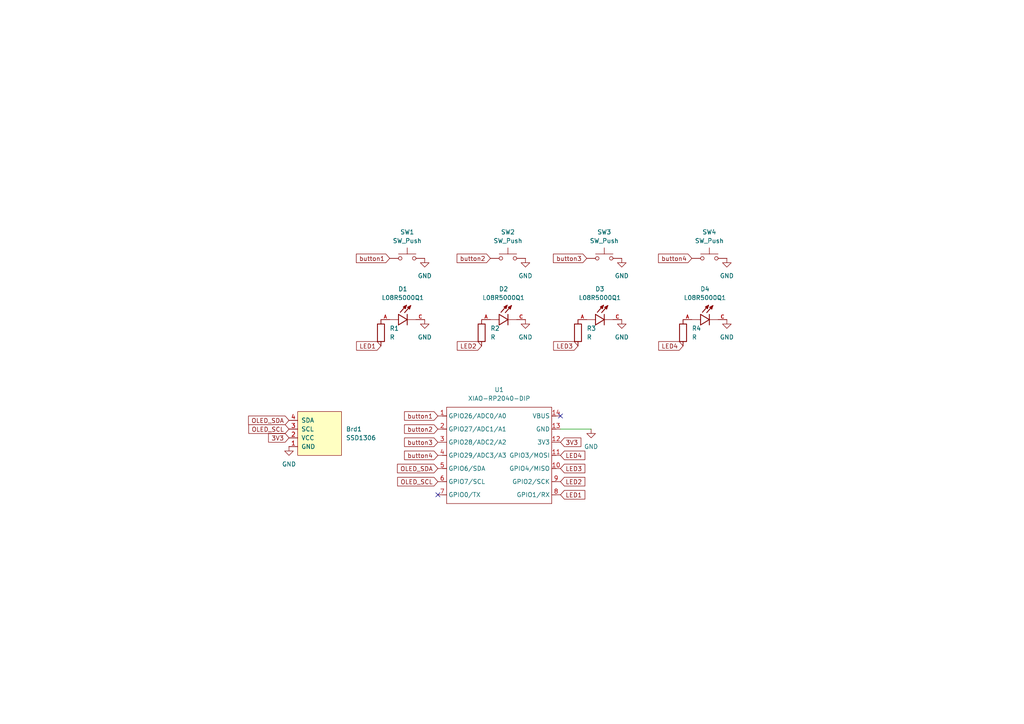
<source format=kicad_sch>
(kicad_sch (version 20250114) (generator "eeschema") (generator_version "9.0")
  (paper "A4")
  (lib_symbols
    (symbol "Device:R" (pin_numbers (hide yes)) (pin_names (offset 0))
      (property "Reference" "R" (at 2.032 0 90))
      (property "Value" "R" (at 0 0 90))
      (symbol "R_0_1"
        (rectangle (start -1.016 -2.54) (end 1.016 2.54) (stroke (width 0.254)))
      )
      (symbol "R_1_1"
        (pin passive line (at 0 3.81 270) (length 1.27) (name "~") (number "1"))
        (pin passive line (at 0 -3.81 90) (length 1.27) (name "~") (number "2"))
      )
    )
    (symbol "L08R5000Q1:L08R5000Q1" (pin_names (offset 1.016))
      (property "Reference" "D" (at -3.0988 4.4958 0))
      (property "Value" "L08R5000Q1" (at -3.556 -3.302 0))
      (symbol "L08R5000Q1_0_0"
        (polyline (pts (xy -2.54 1.524) (xy -2.54 0)) (stroke (width 0.254)))
        (polyline (pts (xy -2.54 0) (xy -5.08 0)) (stroke (width 0.1524)))
        (polyline (pts (xy -2.54 0) (xy -2.54 -1.524)) (stroke (width 0.254)))
        (polyline (pts (xy -2.54 -1.524) (xy 0 0)) (stroke (width 0.254)))
        (polyline (pts (xy -1.1176 3.683) (xy -0.2286 4.1656)) (stroke (width 0.254)))
        (polyline (pts (xy -0.9398 3.6068) (xy -0.7112 3.7592)) (stroke (width 0.254)))
        (polyline (pts (xy -0.5588 3.2004) (xy -1.1176 3.683)) (stroke (width 0.254)))
        (polyline (pts (xy -0.5588 3.2004) (xy -0.5334 3.937)) (stroke (width 0.254)))
        (polyline (pts (xy -0.5334 3.937) (xy -0.6604 3.937)) (stroke (width 0.254)))
        (polyline (pts (xy -0.2286 4.1656) (xy -2.0066 2.1336)) (stroke (width 0.254)))
        (polyline (pts (xy -0.2286 4.1656) (xy -0.5588 3.2004)) (stroke (width 0.254)))
        (polyline (pts (xy 0 1.524) (xy 0 0)) (stroke (width 0.254)))
        (polyline (pts (xy 0 0) (xy -2.54 1.524)) (stroke (width 0.254)))
        (polyline (pts (xy 0 0) (xy 0 -1.524)) (stroke (width 0.254)))
        (polyline (pts (xy 0.127 3.5814) (xy 1.016 4.064)) (stroke (width 0.254)))
        (polyline (pts (xy 0.3048 3.5052) (xy 0.5334 3.6576)) (stroke (width 0.254)))
        (polyline (pts (xy 0.6858 3.0988) (xy 0.127 3.5814)) (stroke (width 0.254)))
        (polyline (pts (xy 0.6858 3.0988) (xy 0.7112 3.8354)) (stroke (width 0.254)))
        (polyline (pts (xy 0.7112 3.8354) (xy 0.5842 3.8354)) (stroke (width 0.254)))
        (polyline (pts (xy 1.016 4.064) (xy -0.762 2.032)) (stroke (width 0.254)))
        (polyline (pts (xy 1.016 4.064) (xy 0.6858 3.0988)) (stroke (width 0.254)))
        (polyline (pts (xy 2.54 0) (xy 0 0)) (stroke (width 0.1524)))
        (pin passive line (at -7.62 0 0) (length 2.54) (name "~") (number "A"))
        (pin passive line (at 5.08 0 180) (length 2.54) (name "~") (number "C"))
      )
    )
    (symbol "SSD1306-128x64_OLED:SSD1306" (pin_names (offset 1.016))
      (property "Reference" "Brd" (at 0 -3.81 0))
      (property "Value" "SSD1306" (at 0 -1.27 0))
      (symbol "SSD1306_0_1"
        (rectangle (start -6.35 6.35) (end 6.35 -6.35) (fill (type background)))
      )
      (symbol "SSD1306_1_1"
        (pin input line (at -3.81 8.89 270) (length 2.54) (name "GND") (number "1"))
        (pin input line (at -1.27 8.89 270) (length 2.54) (name "VCC") (number "2"))
        (pin input line (at 1.27 8.89 270) (length 2.54) (name "SCL") (number "3"))
        (pin input line (at 3.81 8.89 270) (length 2.54) (name "SDA") (number "4"))
      )
    )
    (symbol "Seeed_Studio_XIAO_Series:XIAO-RP2040-DIP"
      (property "Reference" "U" (at 0 0 0))
      (property "Value" "XIAO-RP2040-DIP" (at 5.334 -1.778 0))
      (symbol "XIAO-RP2040-DIP_1_0"
        (polyline (pts (xy -1.27 -2.54) (xy 29.21 -2.54)) (stroke (width 0.1524)))
        (polyline (pts (xy -1.27 -5.08) (xy -2.54 -5.08)) (stroke (width 0.1524)))
        (polyline (pts (xy -1.27 -5.08) (xy -1.27 -2.54)) (stroke (width 0.1524)))
        (polyline (pts (xy -1.27 -8.89) (xy -2.54 -8.89)) (stroke (width 0.1524)))
        (polyline (pts (xy -1.27 -8.89) (xy -1.27 -5.08)) (stroke (width 0.1524)))
        (polyline (pts (xy -1.27 -12.7) (xy -2.54 -12.7)) (stroke (width 0.1524)))
        (polyline (pts (xy -1.27 -12.7) (xy -1.27 -8.89)) (stroke (width 0.1524)))
        (polyline (pts (xy -1.27 -16.51) (xy -2.54 -16.51)) (stroke (width 0.1524)))
        (polyline (pts (xy -1.27 -16.51) (xy -1.27 -12.7)) (stroke (width 0.1524)))
        (polyline (pts (xy -1.27 -20.32) (xy -2.54 -20.32)) (stroke (width 0.1524)))
        (polyline (pts (xy -1.27 -24.13) (xy -2.54 -24.13)) (stroke (width 0.1524)))
        (polyline (pts (xy -1.27 -27.94) (xy -2.54 -27.94)) (stroke (width 0.1524)))
        (polyline (pts (xy -1.27 -30.48) (xy -1.27 -16.51)) (stroke (width 0.1524)))
        (polyline (pts (xy 29.21 -2.54) (xy 29.21 -5.08)) (stroke (width 0.1524)))
        (polyline (pts (xy 29.21 -5.08) (xy 29.21 -8.89)) (stroke (width 0.1524)))
        (polyline (pts (xy 29.21 -8.89) (xy 29.21 -12.7)) (stroke (width 0.1524)))
        (polyline (pts (xy 29.21 -12.7) (xy 29.21 -30.48)) (stroke (width 0.1524)))
        (polyline (pts (xy 29.21 -30.48) (xy -1.27 -30.48)) (stroke (width 0.1524)))
        (polyline (pts (xy 30.48 -5.08) (xy 29.21 -5.08)) (stroke (width 0.1524)))
        (polyline (pts (xy 30.48 -8.89) (xy 29.21 -8.89)) (stroke (width 0.1524)))
        (polyline (pts (xy 30.48 -12.7) (xy 29.21 -12.7)) (stroke (width 0.1524)))
        (polyline (pts (xy 30.48 -16.51) (xy 29.21 -16.51)) (stroke (width 0.1524)))
        (polyline (pts (xy 30.48 -20.32) (xy 29.21 -20.32)) (stroke (width 0.1524)))
        (polyline (pts (xy 30.48 -24.13) (xy 29.21 -24.13)) (stroke (width 0.1524)))
        (polyline (pts (xy 30.48 -27.94) (xy 29.21 -27.94)) (stroke (width 0.1524)))
        (pin passive line (at -3.81 -5.08 0) (length 2.54) (name "GPIO26/ADC0/A0") (number "1"))
        (pin passive line (at -3.81 -8.89 0) (length 2.54) (name "GPIO27/ADC1/A1") (number "2"))
        (pin passive line (at -3.81 -12.7 0) (length 2.54) (name "GPIO28/ADC2/A2") (number "3"))
        (pin passive line (at -3.81 -16.51 0) (length 2.54) (name "GPIO29/ADC3/A3") (number "4"))
        (pin passive line (at -3.81 -20.32 0) (length 2.54) (name "GPIO6/SDA") (number "5"))
        (pin passive line (at -3.81 -24.13 0) (length 2.54) (name "GPIO7/SCL") (number "6"))
        (pin passive line (at -3.81 -27.94 0) (length 2.54) (name "GPIO0/TX") (number "7"))
        (pin passive line (at 31.75 -5.08 180) (length 2.54) (name "VBUS") (number "14"))
        (pin passive line (at 31.75 -8.89 180) (length 2.54) (name "GND") (number "13"))
        (pin passive line (at 31.75 -12.7 180) (length 2.54) (name "3V3") (number "12"))
        (pin passive line (at 31.75 -16.51 180) (length 2.54) (name "GPIO3/MOSI") (number "11"))
        (pin passive line (at 31.75 -20.32 180) (length 2.54) (name "GPIO4/MISO") (number "10"))
        (pin passive line (at 31.75 -24.13 180) (length 2.54) (name "GPIO2/SCK") (number "9"))
        (pin passive line (at 31.75 -27.94 180) (length 2.54) (name "GPIO1/RX") (number "8"))
      )
    )
    (symbol "Switch:SW_Push" (pin_numbers (hide yes)) (pin_names (offset 1.016) (hide yes))
      (property "Reference" "SW" (at 1.27 2.54 0))
      (property "Value" "SW_Push" (at 0 -1.524 0))
      (symbol "SW_Push_0_1"
        (circle (center -2.032 0) (radius 0.508))
        (polyline (pts (xy 0 1.27) (xy 0 3.048)))
        (circle (center 2.032 0) (radius 0.508))
        (polyline (pts (xy 2.54 1.27) (xy -2.54 1.27)))
        (pin passive line (at -5.08 0 0) (length 2.54) (name "1") (number "1"))
        (pin passive line (at 5.08 0 180) (length 2.54) (name "2") (number "2"))
      )
    )
    (symbol "power:GND" (power) (pin_numbers (hide yes)) (pin_names (offset 0) (hide yes))
      (property "Value" "GND" (at 0 -3.81 0))
      (symbol "GND_0_1"
        (polyline (pts (xy 0 0) (xy 0 -1.27) (xy 1.27 -1.27) (xy 0 -2.54) (xy -1.27 -1.27) (xy 0 -1.27)))
      )
      (symbol "GND_1_1"
        (pin power_in line (at 0 0 270) (length 0) (name "~") (number "1"))
      )
    )
  )
  (no_connect (at 162.56 120.65))
  (no_connect (at 127 143.51))
  (wire (pts (xy 171.45 124.46) (xy 162.56 124.46)))
  (global_label "button3" (shape input) (at 170.18 74.93 180) (property "Intersheetrefs" "${INTERSHEET_REFS}" (effects (hide yes))))
  (global_label "button2" (shape input) (at 142.24 74.93 180) (property "Intersheetrefs" "${INTERSHEET_REFS}" (effects (hide yes))))
  (global_label "3V3" (shape input) (at 162.56 128.27 0) (property "Intersheetrefs" "${INTERSHEET_REFS}" (effects (hide yes))))
  (global_label "OLED_SCL" (shape input) (at 127 139.7 180) (property "Intersheetrefs" "${INTERSHEET_REFS}" (effects (hide yes))))
  (global_label "button1" (shape input) (at 127 120.65 180) (property "Intersheetrefs" "${INTERSHEET_REFS}" (effects (hide yes))))
  (global_label "button1" (shape input) (at 113.03 74.93 180) (property "Intersheetrefs" "${INTERSHEET_REFS}" (effects (hide yes))))
  (global_label "LED1" (shape input) (at 110.49 100.33 180) (property "Intersheetrefs" "${INTERSHEET_REFS}" (effects (hide yes))))
  (global_label "LED2" (shape input) (at 139.7 100.33 180) (property "Intersheetrefs" "${INTERSHEET_REFS}" (effects (hide yes))))
  (global_label "OLED_SDA" (shape input) (at 83.82 121.92 180) (property "Intersheetrefs" "${INTERSHEET_REFS}" (effects (hide yes))))
  (global_label "LED3" (shape input) (at 167.64 100.33 180) (property "Intersheetrefs" "${INTERSHEET_REFS}" (effects (hide yes))))
  (global_label "LED4" (shape input) (at 198.12 100.33 180) (property "Intersheetrefs" "${INTERSHEET_REFS}" (effects (hide yes))))
  (global_label "LED3" (shape input) (at 162.56 135.89 0) (property "Intersheetrefs" "${INTERSHEET_REFS}" (effects (hide yes))))
  (global_label "LED4" (shape input) (at 162.56 132.08 0) (property "Intersheetrefs" "${INTERSHEET_REFS}" (effects (hide yes))))
  (global_label "button4" (shape input) (at 200.66 74.93 180) (property "Intersheetrefs" "${INTERSHEET_REFS}" (effects (hide yes))))
  (global_label "LED2" (shape input) (at 162.56 139.7 0) (property "Intersheetrefs" "${INTERSHEET_REFS}" (effects (hide yes))))
  (global_label "3V3" (shape input) (at 83.82 127 180) (property "Intersheetrefs" "${INTERSHEET_REFS}" (effects (hide yes))))
  (global_label "button2" (shape input) (at 127 124.46 180) (property "Intersheetrefs" "${INTERSHEET_REFS}" (effects (hide yes))))
  (global_label "OLED_SCL" (shape input) (at 83.82 124.46 180) (property "Intersheetrefs" "${INTERSHEET_REFS}" (effects (hide yes))))
  (global_label "LED1" (shape input) (at 162.56 143.51 0) (property "Intersheetrefs" "${INTERSHEET_REFS}" (effects (hide yes))))
  (global_label "button3" (shape input) (at 127 128.27 180) (property "Intersheetrefs" "${INTERSHEET_REFS}" (effects (hide yes))))
  (global_label "button4" (shape input) (at 127 132.08 180) (property "Intersheetrefs" "${INTERSHEET_REFS}" (effects (hide yes))))
  (global_label "OLED_SDA" (shape input) (at 127 135.89 180) (property "Intersheetrefs" "${INTERSHEET_REFS}" (effects (hide yes))))
  (symbol (lib_id "Device:R") (at 139.7 96.52 0) (unit 1)
    (property "Reference" "R2" (at 142.24 95.2499 0) (effects (justify left)))
    (property "Value" "R" (at 142.24 97.7899 0) (effects (justify left)))
    (property "Footprint" "Resistor_THT:R_Axial_DIN0204_L3.6mm_D1.6mm_P5.08mm_Horizontal" (effects (hide yes)))
    (property "Description" "Resistor" (effects (hide yes)))
  )
  (symbol (lib_id "Device:R") (at 198.12 96.52 0) (unit 1)
    (property "Reference" "R4" (at 200.66 95.2499 0) (effects (justify left)))
    (property "Value" "R" (at 200.66 97.7899 0) (effects (justify left)))
    (property "Footprint" "Resistor_THT:R_Axial_DIN0204_L3.6mm_D1.6mm_P5.08mm_Horizontal" (effects (hide yes)))
    (property "Description" "Resistor" (effects (hide yes)))
  )
  (symbol (lib_id "power:GND") (at 171.45 124.46 0) (unit 1)
    (property "Reference" "#PWR07" (effects (hide yes)))
    (property "Value" "GND" (at 171.45 129.54 0))
    (property "Description" "Power symbol creates a global label with name \"GND\" , ground" (effects (hide yes)))
  )
  (symbol (lib_id "L08R5000Q1:L08R5000Q1") (at 205.74 92.71 0) (unit 1)
    (property "Reference" "D4" (at 204.47 83.82 0))
    (property "Value" "L08R5000Q1" (at 204.47 86.36 0))
    (property "Footprint" "Pathfinder-footprints:LEDRD254W57D500H1070" (effects (hide yes)))
    (property "MF" "LED Technology" (effects (hide yes)))
    (property "MAXIMUM_PACKAGE_HEIGHT" "10.7mm" (effects (hide yes)))
    (property "Package" "None" (effects (hide yes)))
    (property "Price" "None" (effects (hide yes)))
    (property "Check_prices" "https://www.snapeda.com/parts/L08R5000Q1/LED+Technology/view-part/?ref=eda" (effects (hide yes)))
    (property "STANDARD" "IPC-7351B" (effects (hide yes)))
    (property "PARTREV" "NA" (effects (hide yes)))
    (property "SnapEDA_Link" "https://www.snapeda.com/parts/L08R5000Q1/LED+Technology/view-part/?ref=snap" (effects (hide yes)))
    (property "MP" "L08R5000Q1" (effects (hide yes)))
    (property "Description_1" "LED, 5MM, ORANGE; LED / Lamp Size: 5mm / T-1 3/4; LED Colour: Orange; Typ Luminous Intensity: 4.3mcd; Viewing Angle: ..." (effects (hide yes)))
    (property "Availability" "Not in stock" (effects (hide yes)))
    (property "MANUFACTURER" "LED TECHNOLOGY" (effects (hide yes)))
  )
  (symbol (lib_id "power:GND") (at 123.19 74.93 0) (unit 1)
    (property "Reference" "#PWR01" (effects (hide yes)))
    (property "Value" "GND" (at 123.19 80.01 0))
    (property "Description" "Power symbol creates a global label with name \"GND\" , ground" (effects (hide yes)))
  )
  (symbol (lib_id "SSD1306-128x64_OLED:SSD1306") (at 92.71 125.73 90) (unit 1)
    (property "Reference" "Brd1" (at 100.33 124.4599 90) (effects (justify right)))
    (property "Value" "SSD1306" (at 100.33 126.9999 90) (effects (justify right)))
    (property "Footprint" "Pathfinder-footprints:128x64OLED" (effects (hide yes)))
  )
  (symbol (lib_id "power:GND") (at 210.82 74.93 0) (unit 1)
    (property "Reference" "#PWR08" (effects (hide yes)))
    (property "Value" "GND" (at 210.82 80.01 0))
    (property "Description" "Power symbol creates a global label with name \"GND\" , ground" (effects (hide yes)))
  )
  (symbol (lib_id "power:GND") (at 123.19 92.71 0) (unit 1)
    (property "Reference" "#PWR04" (effects (hide yes)))
    (property "Value" "GND" (at 123.19 97.79 0))
    (property "Description" "Power symbol creates a global label with name \"GND\" , ground" (effects (hide yes)))
  )
  (symbol (lib_id "L08R5000Q1:L08R5000Q1") (at 118.11 92.71 0) (unit 1)
    (property "Reference" "D1" (at 116.84 83.82 0))
    (property "Value" "L08R5000Q1" (at 116.84 86.36 0))
    (property "Footprint" "Pathfinder-footprints:LEDRD254W57D500H1070" (effects (hide yes)))
    (property "MF" "LED Technology" (effects (hide yes)))
    (property "MAXIMUM_PACKAGE_HEIGHT" "10.7mm" (effects (hide yes)))
    (property "Package" "None" (effects (hide yes)))
    (property "Price" "None" (effects (hide yes)))
    (property "Check_prices" "https://www.snapeda.com/parts/L08R5000Q1/LED+Technology/view-part/?ref=eda" (effects (hide yes)))
    (property "STANDARD" "IPC-7351B" (effects (hide yes)))
    (property "PARTREV" "NA" (effects (hide yes)))
    (property "SnapEDA_Link" "https://www.snapeda.com/parts/L08R5000Q1/LED+Technology/view-part/?ref=snap" (effects (hide yes)))
    (property "MP" "L08R5000Q1" (effects (hide yes)))
    (property "Description_1" "LED, 5MM, ORANGE; LED / Lamp Size: 5mm / T-1 3/4; LED Colour: Orange; Typ Luminous Intensity: 4.3mcd; Viewing Angle: ..." (effects (hide yes)))
    (property "Availability" "Not in stock" (effects (hide yes)))
    (property "MANUFACTURER" "LED TECHNOLOGY" (effects (hide yes)))
  )
  (symbol (lib_id "power:GND") (at 152.4 92.71 0) (unit 1)
    (property "Reference" "#PWR05" (effects (hide yes)))
    (property "Value" "GND" (at 152.4 97.79 0))
    (property "Description" "Power symbol creates a global label with name \"GND\" , ground" (effects (hide yes)))
  )
  (symbol (lib_id "Seeed_Studio_XIAO_Series:XIAO-RP2040-DIP") (at 130.81 115.57 0) (unit 1)
    (property "Reference" "U1" (at 144.78 113.03 0))
    (property "Value" "XIAO-RP2040-DIP" (at 144.78 115.57 0))
    (property "Footprint" "Pathfinder-footprints:XIAO-RP2040-DIP" (effects (hide yes)))
  )
  (symbol (lib_id "power:GND") (at 180.34 92.71 0) (unit 1)
    (property "Reference" "#PWR06" (effects (hide yes)))
    (property "Value" "GND" (at 180.34 97.79 0))
    (property "Description" "Power symbol creates a global label with name \"GND\" , ground" (effects (hide yes)))
  )
  (symbol (lib_id "power:GND") (at 210.82 92.71 0) (unit 1)
    (property "Reference" "#PWR09" (effects (hide yes)))
    (property "Value" "GND" (at 210.82 97.79 0))
    (property "Description" "Power symbol creates a global label with name \"GND\" , ground" (effects (hide yes)))
  )
  (symbol (lib_id "power:GND") (at 152.4 74.93 0) (unit 1)
    (property "Reference" "#PWR02" (effects (hide yes)))
    (property "Value" "GND" (at 152.4 80.01 0))
    (property "Description" "Power symbol creates a global label with name \"GND\" , ground" (effects (hide yes)))
  )
  (symbol (lib_id "Switch:SW_Push") (at 175.26 74.93 0) (unit 1)
    (property "Reference" "SW3" (at 175.26 67.31 0))
    (property "Value" "SW_Push" (at 175.26 69.85 0))
    (property "Footprint" "Button_Switch_Keyboard:SW_Cherry_MX_1.00u_PCB" (effects (hide yes)))
    (property "Description" "Push button switch, generic, two pins" (effects (hide yes)))
  )
  (symbol (lib_id "power:GND") (at 83.82 129.54 0) (unit 1)
    (property "Reference" "#PWR010" (effects (hide yes)))
    (property "Value" "GND" (at 83.82 134.62 0))
    (property "Description" "Power symbol creates a global label with name \"GND\" , ground" (effects (hide yes)))
  )
  (symbol (lib_id "Switch:SW_Push") (at 147.32 74.93 0) (unit 1)
    (property "Reference" "SW2" (at 147.32 67.31 0))
    (property "Value" "SW_Push" (at 147.32 69.85 0))
    (property "Footprint" "Button_Switch_Keyboard:SW_Cherry_MX_1.00u_PCB" (effects (hide yes)))
    (property "Description" "Push button switch, generic, two pins" (effects (hide yes)))
  )
  (symbol (lib_id "Switch:SW_Push") (at 118.11 74.93 0) (unit 1)
    (property "Reference" "SW1" (at 118.11 67.31 0))
    (property "Value" "SW_Push" (at 118.11 69.85 0))
    (property "Footprint" "Button_Switch_Keyboard:SW_Cherry_MX_1.00u_PCB" (effects (hide yes)))
    (property "Description" "Push button switch, generic, two pins" (effects (hide yes)))
  )
  (symbol (lib_id "power:GND") (at 180.34 74.93 0) (unit 1)
    (property "Reference" "#PWR03" (effects (hide yes)))
    (property "Value" "GND" (at 180.34 80.01 0))
    (property "Description" "Power symbol creates a global label with name \"GND\" , ground" (effects (hide yes)))
  )
  (symbol (lib_id "Device:R") (at 110.49 96.52 0) (unit 1)
    (property "Reference" "R1" (at 113.03 95.2499 0) (effects (justify left)))
    (property "Value" "R" (at 113.03 97.7899 0) (effects (justify left)))
    (property "Footprint" "Resistor_THT:R_Axial_DIN0204_L3.6mm_D1.6mm_P5.08mm_Horizontal" (effects (hide yes)))
    (property "Description" "Resistor" (effects (hide yes)))
  )
  (symbol (lib_id "Switch:SW_Push") (at 205.74 74.93 0) (unit 1)
    (property "Reference" "SW4" (at 205.74 67.31 0))
    (property "Value" "SW_Push" (at 205.74 69.85 0))
    (property "Footprint" "Button_Switch_Keyboard:SW_Cherry_MX_1.00u_PCB" (effects (hide yes)))
    (property "Description" "Push button switch, generic, two pins" (effects (hide yes)))
  )
  (symbol (lib_id "L08R5000Q1:L08R5000Q1") (at 147.32 92.71 0) (unit 1)
    (property "Reference" "D2" (at 146.05 83.82 0))
    (property "Value" "L08R5000Q1" (at 146.05 86.36 0))
    (property "Footprint" "Pathfinder-footprints:LEDRD254W57D500H1070" (effects (hide yes)))
    (property "MF" "LED Technology" (effects (hide yes)))
    (property "MAXIMUM_PACKAGE_HEIGHT" "10.7mm" (effects (hide yes)))
    (property "Package" "None" (effects (hide yes)))
    (property "Price" "None" (effects (hide yes)))
    (property "Check_prices" "https://www.snapeda.com/parts/L08R5000Q1/LED+Technology/view-part/?ref=eda" (effects (hide yes)))
    (property "STANDARD" "IPC-7351B" (effects (hide yes)))
    (property "PARTREV" "NA" (effects (hide yes)))
    (property "SnapEDA_Link" "https://www.snapeda.com/parts/L08R5000Q1/LED+Technology/view-part/?ref=snap" (effects (hide yes)))
    (property "MP" "L08R5000Q1" (effects (hide yes)))
    (property "Description_1" "LED, 5MM, ORANGE; LED / Lamp Size: 5mm / T-1 3/4; LED Colour: Orange; Typ Luminous Intensity: 4.3mcd; Viewing Angle: ..." (effects (hide yes)))
    (property "Availability" "Not in stock" (effects (hide yes)))
    (property "MANUFACTURER" "LED TECHNOLOGY" (effects (hide yes)))
  )
  (symbol (lib_id "L08R5000Q1:L08R5000Q1") (at 175.26 92.71 0) (unit 1)
    (property "Reference" "D3" (at 173.99 83.82 0))
    (property "Value" "L08R5000Q1" (at 173.99 86.36 0))
    (property "Footprint" "Pathfinder-footprints:LEDRD254W57D500H1070" (effects (hide yes)))
    (property "MF" "LED Technology" (effects (hide yes)))
    (property "MAXIMUM_PACKAGE_HEIGHT" "10.7mm" (effects (hide yes)))
    (property "Package" "None" (effects (hide yes)))
    (property "Price" "None" (effects (hide yes)))
    (property "Check_prices" "https://www.snapeda.com/parts/L08R5000Q1/LED+Technology/view-part/?ref=eda" (effects (hide yes)))
    (property "STANDARD" "IPC-7351B" (effects (hide yes)))
    (property "PARTREV" "NA" (effects (hide yes)))
    (property "SnapEDA_Link" "https://www.snapeda.com/parts/L08R5000Q1/LED+Technology/view-part/?ref=snap" (effects (hide yes)))
    (property "MP" "L08R5000Q1" (effects (hide yes)))
    (property "Description_1" "LED, 5MM, ORANGE; LED / Lamp Size: 5mm / T-1 3/4; LED Colour: Orange; Typ Luminous Intensity: 4.3mcd; Viewing Angle: ..." (effects (hide yes)))
    (property "Availability" "Not in stock" (effects (hide yes)))
    (property "MANUFACTURER" "LED TECHNOLOGY" (effects (hide yes)))
  )
  (symbol (lib_id "Device:R") (at 167.64 96.52 0) (unit 1)
    (property "Reference" "R3" (at 170.18 95.2499 0) (effects (justify left)))
    (property "Value" "R" (at 170.18 97.7899 0) (effects (justify left)))
    (property "Footprint" "Resistor_THT:R_Axial_DIN0204_L3.6mm_D1.6mm_P5.08mm_Horizontal" (effects (hide yes)))
    (property "Description" "Resistor" (effects (hide yes)))
  )
)
</source>
